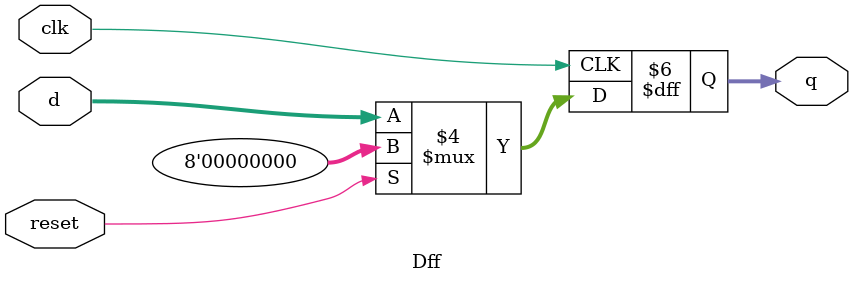
<source format=v>

module Dff(
    input clk,              // Clocks are used in sequential circuits
    input reset,            // Synchronous reset
    input [7:0] d,
    output reg [7:0] q
);
    // Use a clocked always block
    // copy d to q at every positive edge of clk, and reset q to 0 if reset signal is 1
    // Clocked always blocks should use non-blocking assignments
    always @(posedge clk) begin
        if(reset==1) begin
            q<=8'd0;
        end
        else begin
            q<=d;
        end
    end

endmodule

</source>
